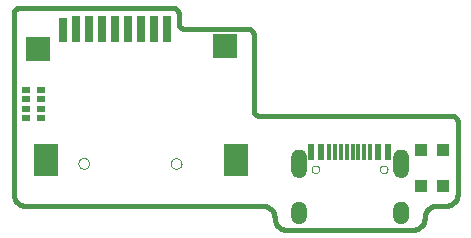
<source format=gtp>
G75*
G70*
%OFA0B0*%
%FSLAX24Y24*%
%IPPOS*%
%LPD*%
%AMOC8*
5,1,8,0,0,1.08239X$1,22.5*
%
%ADD10C,0.0160*%
%ADD11R,0.0800X0.1100*%
%ADD12R,0.0295X0.0900*%
%ADD13R,0.0295X0.0801*%
%ADD14R,0.0800X0.0800*%
%ADD15C,0.0000*%
%ADD16R,0.0394X0.0433*%
%ADD17R,0.0118X0.0571*%
%ADD18R,0.0236X0.0571*%
%ADD19R,0.0217X0.0571*%
%ADD20C,0.0004*%
%ADD21R,0.0256X0.0197*%
D10*
X001140Y001540D02*
X009040Y001540D01*
X009079Y001538D01*
X009118Y001532D01*
X009156Y001523D01*
X009193Y001510D01*
X009229Y001493D01*
X009262Y001473D01*
X009294Y001449D01*
X009323Y001423D01*
X009349Y001394D01*
X009373Y001362D01*
X009393Y001329D01*
X009410Y001293D01*
X009423Y001256D01*
X009432Y001218D01*
X009438Y001179D01*
X009440Y001140D01*
X009442Y001101D01*
X009448Y001062D01*
X009457Y001024D01*
X009470Y000987D01*
X009487Y000951D01*
X009507Y000918D01*
X009531Y000886D01*
X009557Y000857D01*
X009586Y000831D01*
X009618Y000807D01*
X009651Y000787D01*
X009687Y000770D01*
X009724Y000757D01*
X009762Y000748D01*
X009801Y000742D01*
X009840Y000740D01*
X014040Y000740D01*
X014079Y000742D01*
X014118Y000748D01*
X014156Y000757D01*
X014193Y000770D01*
X014229Y000787D01*
X014262Y000807D01*
X014294Y000831D01*
X014323Y000857D01*
X014349Y000886D01*
X014373Y000918D01*
X014393Y000951D01*
X014410Y000987D01*
X014423Y001024D01*
X014432Y001062D01*
X014438Y001101D01*
X014440Y001140D01*
X014442Y001179D01*
X014448Y001218D01*
X014457Y001256D01*
X014470Y001293D01*
X014487Y001329D01*
X014507Y001362D01*
X014531Y001394D01*
X014557Y001423D01*
X014586Y001449D01*
X014618Y001473D01*
X014651Y001493D01*
X014687Y001510D01*
X014724Y001523D01*
X014762Y001532D01*
X014801Y001538D01*
X014840Y001540D01*
X015140Y001540D01*
X015179Y001542D01*
X015218Y001548D01*
X015256Y001557D01*
X015293Y001570D01*
X015329Y001587D01*
X015362Y001607D01*
X015394Y001631D01*
X015423Y001657D01*
X015449Y001686D01*
X015473Y001718D01*
X015493Y001751D01*
X015510Y001787D01*
X015523Y001824D01*
X015532Y001862D01*
X015538Y001901D01*
X015540Y001940D01*
X015540Y004340D01*
X015538Y004366D01*
X015533Y004392D01*
X015525Y004417D01*
X015513Y004440D01*
X015499Y004462D01*
X015481Y004481D01*
X015462Y004499D01*
X015440Y004513D01*
X015417Y004525D01*
X015392Y004533D01*
X015366Y004538D01*
X015340Y004540D01*
X008940Y004540D01*
X008914Y004542D01*
X008888Y004547D01*
X008863Y004555D01*
X008840Y004567D01*
X008818Y004581D01*
X008799Y004599D01*
X008781Y004618D01*
X008767Y004640D01*
X008755Y004663D01*
X008747Y004688D01*
X008742Y004714D01*
X008740Y004740D01*
X008740Y007240D01*
X008738Y007266D01*
X008733Y007292D01*
X008725Y007317D01*
X008713Y007340D01*
X008699Y007362D01*
X008681Y007381D01*
X008662Y007399D01*
X008640Y007413D01*
X008617Y007425D01*
X008592Y007433D01*
X008566Y007438D01*
X008540Y007440D01*
X006440Y007440D01*
X006414Y007442D01*
X006388Y007447D01*
X006363Y007455D01*
X006340Y007467D01*
X006318Y007481D01*
X006299Y007499D01*
X006281Y007518D01*
X006267Y007540D01*
X006255Y007563D01*
X006247Y007588D01*
X006242Y007614D01*
X006240Y007640D01*
X006240Y007940D01*
X006238Y007966D01*
X006233Y007992D01*
X006225Y008017D01*
X006213Y008040D01*
X006199Y008062D01*
X006181Y008081D01*
X006162Y008099D01*
X006140Y008113D01*
X006117Y008125D01*
X006092Y008133D01*
X006066Y008138D01*
X006040Y008140D01*
X000940Y008140D01*
X000914Y008138D01*
X000888Y008133D01*
X000863Y008125D01*
X000840Y008113D01*
X000818Y008099D01*
X000799Y008081D01*
X000781Y008062D01*
X000767Y008040D01*
X000755Y008017D01*
X000747Y007992D01*
X000742Y007966D01*
X000740Y007940D01*
X000740Y001940D01*
X000742Y001901D01*
X000748Y001862D01*
X000757Y001824D01*
X000770Y001787D01*
X000787Y001751D01*
X000807Y001718D01*
X000831Y001686D01*
X000857Y001657D01*
X000886Y001631D01*
X000918Y001607D01*
X000951Y001587D01*
X000987Y001570D01*
X001024Y001557D01*
X001062Y001548D01*
X001101Y001542D01*
X001140Y001540D01*
D11*
X001814Y003067D03*
X008164Y003067D03*
D12*
X005844Y007451D03*
X005411Y007451D03*
X004978Y007451D03*
X004545Y007451D03*
X004112Y007451D03*
X003679Y007451D03*
X003246Y007451D03*
X002813Y007451D03*
D13*
X002380Y007401D03*
D14*
X001564Y006767D03*
X007784Y006867D03*
D15*
X005982Y002953D02*
X005984Y002979D01*
X005990Y003005D01*
X006000Y003030D01*
X006013Y003053D01*
X006029Y003073D01*
X006049Y003091D01*
X006071Y003106D01*
X006094Y003118D01*
X006120Y003126D01*
X006146Y003130D01*
X006172Y003130D01*
X006198Y003126D01*
X006224Y003118D01*
X006248Y003106D01*
X006269Y003091D01*
X006289Y003073D01*
X006305Y003053D01*
X006318Y003030D01*
X006328Y003005D01*
X006334Y002979D01*
X006336Y002953D01*
X006334Y002927D01*
X006328Y002901D01*
X006318Y002876D01*
X006305Y002853D01*
X006289Y002833D01*
X006269Y002815D01*
X006247Y002800D01*
X006224Y002788D01*
X006198Y002780D01*
X006172Y002776D01*
X006146Y002776D01*
X006120Y002780D01*
X006094Y002788D01*
X006070Y002800D01*
X006049Y002815D01*
X006029Y002833D01*
X006013Y002853D01*
X006000Y002876D01*
X005990Y002901D01*
X005984Y002927D01*
X005982Y002953D01*
X002899Y002957D02*
X002901Y002983D01*
X002907Y003009D01*
X002917Y003034D01*
X002930Y003057D01*
X002946Y003077D01*
X002966Y003095D01*
X002988Y003110D01*
X003011Y003122D01*
X003037Y003130D01*
X003063Y003134D01*
X003089Y003134D01*
X003115Y003130D01*
X003141Y003122D01*
X003165Y003110D01*
X003186Y003095D01*
X003206Y003077D01*
X003222Y003057D01*
X003235Y003034D01*
X003245Y003009D01*
X003251Y002983D01*
X003253Y002957D01*
X003251Y002931D01*
X003245Y002905D01*
X003235Y002880D01*
X003222Y002857D01*
X003206Y002837D01*
X003186Y002819D01*
X003164Y002804D01*
X003141Y002792D01*
X003115Y002784D01*
X003089Y002780D01*
X003063Y002780D01*
X003037Y002784D01*
X003011Y002792D01*
X002987Y002804D01*
X002966Y002819D01*
X002946Y002837D01*
X002930Y002857D01*
X002917Y002880D01*
X002907Y002905D01*
X002901Y002931D01*
X002899Y002957D01*
X010672Y002759D02*
X010674Y002781D01*
X010680Y002803D01*
X010689Y002823D01*
X010702Y002841D01*
X010718Y002857D01*
X010736Y002870D01*
X010756Y002879D01*
X010778Y002885D01*
X010800Y002887D01*
X010822Y002885D01*
X010844Y002879D01*
X010864Y002870D01*
X010882Y002857D01*
X010898Y002841D01*
X010911Y002823D01*
X010920Y002803D01*
X010926Y002781D01*
X010928Y002759D01*
X010926Y002737D01*
X010920Y002715D01*
X010911Y002695D01*
X010898Y002677D01*
X010882Y002661D01*
X010864Y002648D01*
X010844Y002639D01*
X010822Y002633D01*
X010800Y002631D01*
X010778Y002633D01*
X010756Y002639D01*
X010736Y002648D01*
X010718Y002661D01*
X010702Y002677D01*
X010689Y002695D01*
X010680Y002715D01*
X010674Y002737D01*
X010672Y002759D01*
X012947Y002759D02*
X012949Y002781D01*
X012955Y002803D01*
X012964Y002823D01*
X012977Y002841D01*
X012993Y002857D01*
X013011Y002870D01*
X013031Y002879D01*
X013053Y002885D01*
X013075Y002887D01*
X013097Y002885D01*
X013119Y002879D01*
X013139Y002870D01*
X013157Y002857D01*
X013173Y002841D01*
X013186Y002823D01*
X013195Y002803D01*
X013201Y002781D01*
X013203Y002759D01*
X013201Y002737D01*
X013195Y002715D01*
X013186Y002695D01*
X013173Y002677D01*
X013157Y002661D01*
X013139Y002648D01*
X013119Y002639D01*
X013097Y002633D01*
X013075Y002631D01*
X013053Y002633D01*
X013031Y002639D01*
X013011Y002648D01*
X012993Y002661D01*
X012977Y002677D01*
X012964Y002695D01*
X012955Y002715D01*
X012949Y002737D01*
X012947Y002759D01*
D16*
X014335Y002208D03*
X015045Y002208D03*
X015045Y003408D03*
X014335Y003408D03*
D17*
X012627Y003328D03*
X012430Y003328D03*
X012233Y003328D03*
X012036Y003328D03*
X011839Y003328D03*
X011642Y003328D03*
X011446Y003328D03*
X011249Y003328D03*
D18*
X010668Y003328D03*
X013207Y003328D03*
D19*
X012902Y003328D03*
X010973Y003328D03*
D20*
X010466Y003251D02*
X010008Y003251D01*
X010008Y003248D02*
X010466Y003248D01*
X010466Y003246D02*
X010007Y003246D01*
X010021Y003288D01*
X010044Y003327D01*
X010073Y003360D01*
X010109Y003387D01*
X010149Y003406D01*
X010192Y003418D01*
X010237Y003420D01*
X010288Y003417D01*
X010336Y003402D01*
X010381Y003376D01*
X010418Y003342D01*
X010447Y003300D01*
X010028Y003300D01*
X010029Y003302D02*
X010445Y003302D01*
X010447Y003300D02*
X010465Y003252D01*
X010473Y003202D01*
X010001Y003202D01*
X010007Y003246D01*
X010006Y003244D02*
X010467Y003244D01*
X010467Y003241D02*
X010006Y003241D01*
X010006Y003239D02*
X010467Y003239D01*
X010468Y003236D02*
X010005Y003236D01*
X010005Y003234D02*
X010468Y003234D01*
X010469Y003231D02*
X010005Y003231D01*
X010004Y003229D02*
X010469Y003229D01*
X010469Y003227D02*
X010004Y003227D01*
X010004Y003224D02*
X010470Y003224D01*
X010470Y003222D02*
X010003Y003222D01*
X010003Y003219D02*
X010470Y003219D01*
X010471Y003217D02*
X010003Y003217D01*
X010002Y003214D02*
X010471Y003214D01*
X010472Y003212D02*
X010002Y003212D01*
X010002Y003209D02*
X010472Y003209D01*
X010472Y003207D02*
X010001Y003207D01*
X010001Y003205D02*
X010473Y003205D01*
X010473Y003202D02*
X010473Y002729D01*
X010001Y002729D01*
X010009Y002679D01*
X010028Y002633D01*
X010057Y002591D01*
X010094Y002557D01*
X010138Y002532D01*
X010186Y002518D01*
X010237Y002515D01*
X010287Y002518D01*
X010336Y002532D01*
X010380Y002557D01*
X010417Y002591D01*
X010446Y002633D01*
X010465Y002679D01*
X010473Y002729D01*
X010473Y002727D02*
X010001Y002727D01*
X010001Y002729D02*
X010001Y003202D01*
X010001Y003200D02*
X010473Y003200D01*
X010473Y003197D02*
X010001Y003197D01*
X010001Y003195D02*
X010473Y003195D01*
X010473Y003192D02*
X010001Y003192D01*
X010001Y003190D02*
X010473Y003190D01*
X010473Y003188D02*
X010001Y003188D01*
X010001Y003185D02*
X010473Y003185D01*
X010473Y003183D02*
X010001Y003183D01*
X010001Y003180D02*
X010473Y003180D01*
X010473Y003178D02*
X010001Y003178D01*
X010001Y003175D02*
X010473Y003175D01*
X010473Y003173D02*
X010001Y003173D01*
X010001Y003170D02*
X010473Y003170D01*
X010473Y003168D02*
X010001Y003168D01*
X010001Y003166D02*
X010473Y003166D01*
X010473Y003163D02*
X010001Y003163D01*
X010001Y003161D02*
X010473Y003161D01*
X010473Y003158D02*
X010001Y003158D01*
X010001Y003156D02*
X010473Y003156D01*
X010473Y003153D02*
X010001Y003153D01*
X010001Y003151D02*
X010473Y003151D01*
X010473Y003149D02*
X010001Y003149D01*
X010001Y003146D02*
X010473Y003146D01*
X010473Y003144D02*
X010001Y003144D01*
X010001Y003141D02*
X010473Y003141D01*
X010473Y003139D02*
X010001Y003139D01*
X010001Y003136D02*
X010473Y003136D01*
X010473Y003134D02*
X010001Y003134D01*
X010001Y003131D02*
X010473Y003131D01*
X010473Y003129D02*
X010001Y003129D01*
X010001Y003127D02*
X010473Y003127D01*
X010473Y003124D02*
X010001Y003124D01*
X010001Y003122D02*
X010473Y003122D01*
X010473Y003119D02*
X010001Y003119D01*
X010001Y003117D02*
X010473Y003117D01*
X010473Y003114D02*
X010001Y003114D01*
X010001Y003112D02*
X010473Y003112D01*
X010473Y003110D02*
X010001Y003110D01*
X010001Y003107D02*
X010473Y003107D01*
X010473Y003105D02*
X010001Y003105D01*
X010001Y003102D02*
X010473Y003102D01*
X010473Y003100D02*
X010001Y003100D01*
X010001Y003097D02*
X010473Y003097D01*
X010473Y003095D02*
X010001Y003095D01*
X010001Y003092D02*
X010473Y003092D01*
X010473Y003090D02*
X010001Y003090D01*
X010001Y003088D02*
X010473Y003088D01*
X010473Y003085D02*
X010001Y003085D01*
X010001Y003083D02*
X010473Y003083D01*
X010473Y003080D02*
X010001Y003080D01*
X010001Y003078D02*
X010473Y003078D01*
X010473Y003075D02*
X010001Y003075D01*
X010001Y003073D02*
X010473Y003073D01*
X010473Y003071D02*
X010001Y003071D01*
X010001Y003068D02*
X010473Y003068D01*
X010473Y003066D02*
X010001Y003066D01*
X010001Y003063D02*
X010473Y003063D01*
X010473Y003061D02*
X010001Y003061D01*
X010001Y003058D02*
X010473Y003058D01*
X010473Y003056D02*
X010001Y003056D01*
X010001Y003053D02*
X010473Y003053D01*
X010473Y003051D02*
X010001Y003051D01*
X010001Y003049D02*
X010473Y003049D01*
X010473Y003046D02*
X010001Y003046D01*
X010001Y003044D02*
X010473Y003044D01*
X010473Y003041D02*
X010001Y003041D01*
X010001Y003039D02*
X010473Y003039D01*
X010473Y003036D02*
X010001Y003036D01*
X010001Y003034D02*
X010473Y003034D01*
X010473Y003032D02*
X010001Y003032D01*
X010001Y003029D02*
X010473Y003029D01*
X010473Y003027D02*
X010001Y003027D01*
X010001Y003024D02*
X010473Y003024D01*
X010473Y003022D02*
X010001Y003022D01*
X010001Y003019D02*
X010473Y003019D01*
X010473Y003017D02*
X010001Y003017D01*
X010001Y003014D02*
X010473Y003014D01*
X010473Y003012D02*
X010001Y003012D01*
X010001Y003010D02*
X010473Y003010D01*
X010473Y003007D02*
X010001Y003007D01*
X010001Y003005D02*
X010473Y003005D01*
X010473Y003002D02*
X010001Y003002D01*
X010001Y003000D02*
X010473Y003000D01*
X010473Y002997D02*
X010001Y002997D01*
X010001Y002995D02*
X010473Y002995D01*
X010473Y002993D02*
X010001Y002993D01*
X010001Y002990D02*
X010473Y002990D01*
X010473Y002988D02*
X010001Y002988D01*
X010001Y002985D02*
X010473Y002985D01*
X010473Y002983D02*
X010001Y002983D01*
X010001Y002980D02*
X010473Y002980D01*
X010473Y002978D02*
X010001Y002978D01*
X010001Y002975D02*
X010473Y002975D01*
X010473Y002973D02*
X010001Y002973D01*
X010001Y002971D02*
X010473Y002971D01*
X010473Y002968D02*
X010001Y002968D01*
X010001Y002966D02*
X010473Y002966D01*
X010473Y002963D02*
X010001Y002963D01*
X010001Y002961D02*
X010473Y002961D01*
X010473Y002958D02*
X010001Y002958D01*
X010001Y002956D02*
X010473Y002956D01*
X010473Y002954D02*
X010001Y002954D01*
X010001Y002951D02*
X010473Y002951D01*
X010473Y002949D02*
X010001Y002949D01*
X010001Y002946D02*
X010473Y002946D01*
X010473Y002944D02*
X010001Y002944D01*
X010001Y002941D02*
X010473Y002941D01*
X010473Y002939D02*
X010001Y002939D01*
X010001Y002936D02*
X010473Y002936D01*
X010473Y002934D02*
X010001Y002934D01*
X010001Y002932D02*
X010473Y002932D01*
X010473Y002929D02*
X010001Y002929D01*
X010001Y002927D02*
X010473Y002927D01*
X010473Y002924D02*
X010001Y002924D01*
X010001Y002922D02*
X010473Y002922D01*
X010473Y002919D02*
X010001Y002919D01*
X010001Y002917D02*
X010473Y002917D01*
X010473Y002915D02*
X010001Y002915D01*
X010001Y002912D02*
X010473Y002912D01*
X010473Y002910D02*
X010001Y002910D01*
X010001Y002907D02*
X010473Y002907D01*
X010473Y002905D02*
X010001Y002905D01*
X010001Y002902D02*
X010473Y002902D01*
X010473Y002900D02*
X010001Y002900D01*
X010001Y002897D02*
X010473Y002897D01*
X010473Y002895D02*
X010001Y002895D01*
X010001Y002893D02*
X010473Y002893D01*
X010473Y002890D02*
X010001Y002890D01*
X010001Y002888D02*
X010473Y002888D01*
X010473Y002885D02*
X010001Y002885D01*
X010001Y002883D02*
X010473Y002883D01*
X010473Y002880D02*
X010001Y002880D01*
X010001Y002878D02*
X010473Y002878D01*
X010473Y002876D02*
X010001Y002876D01*
X010001Y002873D02*
X010473Y002873D01*
X010473Y002871D02*
X010001Y002871D01*
X010001Y002868D02*
X010473Y002868D01*
X010473Y002866D02*
X010001Y002866D01*
X010001Y002863D02*
X010473Y002863D01*
X010473Y002861D02*
X010001Y002861D01*
X010001Y002858D02*
X010473Y002858D01*
X010473Y002856D02*
X010001Y002856D01*
X010001Y002854D02*
X010473Y002854D01*
X010473Y002851D02*
X010001Y002851D01*
X010001Y002849D02*
X010473Y002849D01*
X010473Y002846D02*
X010001Y002846D01*
X010001Y002844D02*
X010473Y002844D01*
X010473Y002841D02*
X010001Y002841D01*
X010001Y002839D02*
X010473Y002839D01*
X010473Y002837D02*
X010001Y002837D01*
X010001Y002834D02*
X010473Y002834D01*
X010473Y002832D02*
X010001Y002832D01*
X010001Y002829D02*
X010473Y002829D01*
X010473Y002827D02*
X010001Y002827D01*
X010001Y002824D02*
X010473Y002824D01*
X010473Y002822D02*
X010001Y002822D01*
X010001Y002819D02*
X010473Y002819D01*
X010473Y002817D02*
X010001Y002817D01*
X010001Y002815D02*
X010473Y002815D01*
X010473Y002812D02*
X010001Y002812D01*
X010001Y002810D02*
X010473Y002810D01*
X010473Y002807D02*
X010001Y002807D01*
X010001Y002805D02*
X010473Y002805D01*
X010473Y002802D02*
X010001Y002802D01*
X010001Y002800D02*
X010473Y002800D01*
X010473Y002798D02*
X010001Y002798D01*
X010001Y002795D02*
X010473Y002795D01*
X010473Y002793D02*
X010001Y002793D01*
X010001Y002790D02*
X010473Y002790D01*
X010473Y002788D02*
X010001Y002788D01*
X010001Y002785D02*
X010473Y002785D01*
X010473Y002783D02*
X010001Y002783D01*
X010001Y002780D02*
X010473Y002780D01*
X010473Y002778D02*
X010001Y002778D01*
X010001Y002776D02*
X010473Y002776D01*
X010473Y002773D02*
X010001Y002773D01*
X010001Y002771D02*
X010473Y002771D01*
X010473Y002768D02*
X010001Y002768D01*
X010001Y002766D02*
X010473Y002766D01*
X010473Y002763D02*
X010001Y002763D01*
X010001Y002761D02*
X010473Y002761D01*
X010473Y002759D02*
X010001Y002759D01*
X010001Y002756D02*
X010473Y002756D01*
X010473Y002754D02*
X010001Y002754D01*
X010001Y002751D02*
X010473Y002751D01*
X010473Y002749D02*
X010001Y002749D01*
X010001Y002746D02*
X010473Y002746D01*
X010473Y002744D02*
X010001Y002744D01*
X010001Y002741D02*
X010473Y002741D01*
X010473Y002739D02*
X010001Y002739D01*
X010001Y002737D02*
X010473Y002737D01*
X010473Y002734D02*
X010001Y002734D01*
X010001Y002732D02*
X010473Y002732D01*
X010472Y002724D02*
X010001Y002724D01*
X010002Y002722D02*
X010472Y002722D01*
X010471Y002720D02*
X010002Y002720D01*
X010003Y002717D02*
X010471Y002717D01*
X010471Y002715D02*
X010003Y002715D01*
X010003Y002712D02*
X010470Y002712D01*
X010470Y002710D02*
X010004Y002710D01*
X010004Y002707D02*
X010470Y002707D01*
X010469Y002705D02*
X010005Y002705D01*
X010005Y002702D02*
X010469Y002702D01*
X010468Y002700D02*
X010005Y002700D01*
X010006Y002698D02*
X010468Y002698D01*
X010468Y002695D02*
X010006Y002695D01*
X010007Y002693D02*
X010467Y002693D01*
X010467Y002690D02*
X010007Y002690D01*
X010007Y002688D02*
X010466Y002688D01*
X010466Y002685D02*
X010008Y002685D01*
X010008Y002683D02*
X010466Y002683D01*
X010465Y002681D02*
X010009Y002681D01*
X010009Y002678D02*
X010464Y002678D01*
X010463Y002676D02*
X010010Y002676D01*
X010011Y002673D02*
X010462Y002673D01*
X010461Y002671D02*
X010012Y002671D01*
X010013Y002668D02*
X010461Y002668D01*
X010460Y002666D02*
X010014Y002666D01*
X010015Y002664D02*
X010459Y002664D01*
X010458Y002661D02*
X010016Y002661D01*
X010017Y002659D02*
X010457Y002659D01*
X010456Y002656D02*
X010018Y002656D01*
X010019Y002654D02*
X010455Y002654D01*
X010454Y002651D02*
X010020Y002651D01*
X010021Y002649D02*
X010453Y002649D01*
X010452Y002646D02*
X010022Y002646D01*
X010023Y002644D02*
X010451Y002644D01*
X010450Y002642D02*
X010024Y002642D01*
X010025Y002639D02*
X010449Y002639D01*
X010448Y002637D02*
X010026Y002637D01*
X010027Y002634D02*
X010447Y002634D01*
X010445Y002632D02*
X010028Y002632D01*
X010030Y002629D02*
X010444Y002629D01*
X010442Y002627D02*
X010032Y002627D01*
X010033Y002625D02*
X010440Y002625D01*
X010439Y002622D02*
X010035Y002622D01*
X010037Y002620D02*
X010437Y002620D01*
X010435Y002617D02*
X010038Y002617D01*
X010040Y002615D02*
X010434Y002615D01*
X010432Y002612D02*
X010042Y002612D01*
X010044Y002610D02*
X010430Y002610D01*
X010428Y002607D02*
X010045Y002607D01*
X010047Y002605D02*
X010427Y002605D01*
X010425Y002603D02*
X010049Y002603D01*
X010050Y002600D02*
X010423Y002600D01*
X010422Y002598D02*
X010052Y002598D01*
X010054Y002595D02*
X010420Y002595D01*
X010418Y002593D02*
X010055Y002593D01*
X010057Y002590D02*
X010416Y002590D01*
X010414Y002588D02*
X010060Y002588D01*
X010063Y002586D02*
X010411Y002586D01*
X010408Y002583D02*
X010066Y002583D01*
X010068Y002581D02*
X010406Y002581D01*
X010403Y002578D02*
X010071Y002578D01*
X010074Y002576D02*
X010400Y002576D01*
X010397Y002573D02*
X010076Y002573D01*
X010079Y002571D02*
X010395Y002571D01*
X010392Y002568D02*
X010082Y002568D01*
X010084Y002566D02*
X010389Y002566D01*
X010387Y002564D02*
X010087Y002564D01*
X010090Y002561D02*
X010384Y002561D01*
X010381Y002559D02*
X010092Y002559D01*
X010096Y002556D02*
X010378Y002556D01*
X010374Y002554D02*
X010100Y002554D01*
X010104Y002551D02*
X010369Y002551D01*
X010365Y002549D02*
X010109Y002549D01*
X010113Y002547D02*
X010361Y002547D01*
X010356Y002544D02*
X010117Y002544D01*
X010122Y002542D02*
X010352Y002542D01*
X010348Y002539D02*
X010126Y002539D01*
X010130Y002537D02*
X010343Y002537D01*
X010339Y002534D02*
X010135Y002534D01*
X010140Y002532D02*
X010334Y002532D01*
X010326Y002529D02*
X010148Y002529D01*
X010156Y002527D02*
X010317Y002527D01*
X010309Y002525D02*
X010164Y002525D01*
X010173Y002522D02*
X010301Y002522D01*
X010293Y002520D02*
X010181Y002520D01*
X010199Y002517D02*
X010275Y002517D01*
X010237Y002515D02*
X010236Y002515D01*
X010009Y003253D02*
X010465Y003253D01*
X010464Y003256D02*
X010010Y003256D01*
X010011Y003258D02*
X010463Y003258D01*
X010462Y003261D02*
X010012Y003261D01*
X010013Y003263D02*
X010461Y003263D01*
X010460Y003266D02*
X010013Y003266D01*
X010014Y003268D02*
X010459Y003268D01*
X010458Y003270D02*
X010015Y003270D01*
X010016Y003273D02*
X010457Y003273D01*
X010456Y003275D02*
X010017Y003275D01*
X010018Y003278D02*
X010455Y003278D01*
X010454Y003280D02*
X010019Y003280D01*
X010019Y003283D02*
X010453Y003283D01*
X010452Y003285D02*
X010020Y003285D01*
X010021Y003287D02*
X010451Y003287D01*
X010451Y003290D02*
X010022Y003290D01*
X010024Y003292D02*
X010450Y003292D01*
X010449Y003295D02*
X010025Y003295D01*
X010027Y003297D02*
X010448Y003297D01*
X010443Y003304D02*
X010031Y003304D01*
X010032Y003307D02*
X010442Y003307D01*
X010440Y003309D02*
X010034Y003309D01*
X010035Y003312D02*
X010438Y003312D01*
X010437Y003314D02*
X010037Y003314D01*
X010038Y003317D02*
X010435Y003317D01*
X010433Y003319D02*
X010039Y003319D01*
X010041Y003322D02*
X010432Y003322D01*
X010430Y003324D02*
X010042Y003324D01*
X010044Y003326D02*
X010428Y003326D01*
X010427Y003329D02*
X010046Y003329D01*
X010048Y003331D02*
X010425Y003331D01*
X010423Y003334D02*
X010050Y003334D01*
X010052Y003336D02*
X010422Y003336D01*
X010420Y003339D02*
X010055Y003339D01*
X010057Y003341D02*
X010418Y003341D01*
X010416Y003343D02*
X010059Y003343D01*
X010061Y003346D02*
X010413Y003346D01*
X010411Y003348D02*
X010063Y003348D01*
X010065Y003351D02*
X010408Y003351D01*
X010405Y003353D02*
X010068Y003353D01*
X010070Y003356D02*
X010403Y003356D01*
X010400Y003358D02*
X010072Y003358D01*
X010074Y003361D02*
X010397Y003361D01*
X010395Y003363D02*
X010077Y003363D01*
X010081Y003365D02*
X010392Y003365D01*
X010390Y003368D02*
X010084Y003368D01*
X010087Y003370D02*
X010387Y003370D01*
X010384Y003373D02*
X010090Y003373D01*
X010094Y003375D02*
X010382Y003375D01*
X010378Y003378D02*
X010097Y003378D01*
X010100Y003380D02*
X010374Y003380D01*
X010370Y003382D02*
X010103Y003382D01*
X010106Y003385D02*
X010365Y003385D01*
X010361Y003387D02*
X010110Y003387D01*
X010115Y003390D02*
X010357Y003390D01*
X010353Y003392D02*
X010120Y003392D01*
X010125Y003395D02*
X010348Y003395D01*
X010344Y003397D02*
X010130Y003397D01*
X010135Y003400D02*
X010340Y003400D01*
X010335Y003402D02*
X010140Y003402D01*
X010145Y003404D02*
X010327Y003404D01*
X010319Y003407D02*
X010151Y003407D01*
X010160Y003409D02*
X010311Y003409D01*
X010303Y003412D02*
X010170Y003412D01*
X010179Y003414D02*
X010296Y003414D01*
X010287Y003417D02*
X010188Y003417D01*
X010216Y003419D02*
X010254Y003419D01*
X010237Y001676D02*
X010283Y001671D01*
X010328Y001658D01*
X010368Y001636D01*
X010404Y001606D01*
X010434Y001570D01*
X010455Y001529D01*
X010469Y001484D01*
X010006Y001484D01*
X010006Y001486D02*
X010468Y001486D01*
X010469Y001484D02*
X010473Y001438D01*
X010473Y001202D01*
X010468Y001156D01*
X010455Y001112D01*
X010433Y001071D01*
X010403Y001036D01*
X010368Y001007D01*
X010327Y000985D01*
X010283Y000972D01*
X010237Y000968D01*
X010184Y000973D01*
X010135Y000990D01*
X010090Y001018D01*
X010053Y001055D01*
X010419Y001055D01*
X010417Y001052D02*
X010055Y001052D01*
X010058Y001050D02*
X010415Y001050D01*
X010413Y001048D02*
X010060Y001048D01*
X010063Y001045D02*
X010411Y001045D01*
X010409Y001043D02*
X010065Y001043D01*
X010068Y001040D02*
X010407Y001040D01*
X010405Y001038D02*
X010070Y001038D01*
X010073Y001035D02*
X010403Y001035D01*
X010400Y001033D02*
X010075Y001033D01*
X010078Y001031D02*
X010397Y001031D01*
X010394Y001028D02*
X010080Y001028D01*
X010083Y001026D02*
X010391Y001026D01*
X010388Y001023D02*
X010085Y001023D01*
X010087Y001021D02*
X010385Y001021D01*
X010382Y001018D02*
X010090Y001018D01*
X010094Y001016D02*
X010379Y001016D01*
X010376Y001013D02*
X010098Y001013D01*
X010102Y001011D02*
X010373Y001011D01*
X010370Y001009D02*
X010105Y001009D01*
X010109Y001006D02*
X010367Y001006D01*
X010362Y001004D02*
X010113Y001004D01*
X010117Y001001D02*
X010358Y001001D01*
X010353Y000999D02*
X010121Y000999D01*
X010125Y000996D02*
X010348Y000996D01*
X010344Y000994D02*
X010129Y000994D01*
X010133Y000992D02*
X010339Y000992D01*
X010335Y000989D02*
X010139Y000989D01*
X010146Y000987D02*
X010330Y000987D01*
X010324Y000984D02*
X010153Y000984D01*
X010160Y000982D02*
X010316Y000982D01*
X010308Y000979D02*
X010167Y000979D01*
X010174Y000977D02*
X010300Y000977D01*
X010291Y000974D02*
X010181Y000974D01*
X010195Y000972D02*
X010283Y000972D01*
X010259Y000970D02*
X010218Y000970D01*
X010053Y001055D02*
X010024Y001100D01*
X010007Y001149D01*
X010001Y001202D01*
X010001Y001438D01*
X010006Y001491D01*
X010024Y001541D01*
X010052Y001586D01*
X010420Y001586D01*
X010418Y001589D02*
X010054Y001589D01*
X010057Y001591D02*
X010416Y001591D01*
X010414Y001594D02*
X010059Y001594D01*
X010062Y001596D02*
X010412Y001596D01*
X010410Y001598D02*
X010064Y001598D01*
X010066Y001601D02*
X010409Y001601D01*
X010407Y001603D02*
X010069Y001603D01*
X010071Y001606D02*
X010405Y001606D01*
X010402Y001608D02*
X010074Y001608D01*
X010076Y001611D02*
X010399Y001611D01*
X010396Y001613D02*
X010078Y001613D01*
X010081Y001615D02*
X010393Y001615D01*
X010390Y001618D02*
X010083Y001618D01*
X010086Y001620D02*
X010387Y001620D01*
X010384Y001623D02*
X010088Y001623D01*
X010089Y001624D02*
X010134Y001652D01*
X010184Y001670D01*
X010237Y001676D01*
X010218Y001674D02*
X010259Y001674D01*
X010282Y001672D02*
X010197Y001672D01*
X010181Y001669D02*
X010291Y001669D01*
X010299Y001667D02*
X010175Y001667D01*
X010168Y001664D02*
X010307Y001664D01*
X010315Y001662D02*
X010161Y001662D01*
X010154Y001659D02*
X010322Y001659D01*
X010329Y001657D02*
X010147Y001657D01*
X010140Y001654D02*
X010334Y001654D01*
X010338Y001652D02*
X010134Y001652D01*
X010130Y001650D02*
X010343Y001650D01*
X010347Y001647D02*
X010126Y001647D01*
X010122Y001645D02*
X010352Y001645D01*
X010356Y001642D02*
X010118Y001642D01*
X010114Y001640D02*
X010361Y001640D01*
X010365Y001637D02*
X010111Y001637D01*
X010107Y001635D02*
X010369Y001635D01*
X010372Y001633D02*
X010103Y001633D01*
X010099Y001630D02*
X010375Y001630D01*
X010378Y001628D02*
X010095Y001628D01*
X010091Y001625D02*
X010381Y001625D01*
X010422Y001584D02*
X010050Y001584D01*
X010052Y001586D02*
X010089Y001624D01*
X010049Y001581D02*
X010424Y001581D01*
X010426Y001579D02*
X010047Y001579D01*
X010046Y001576D02*
X010428Y001576D01*
X010430Y001574D02*
X010044Y001574D01*
X010043Y001572D02*
X010432Y001572D01*
X010434Y001569D02*
X010041Y001569D01*
X010040Y001567D02*
X010435Y001567D01*
X010437Y001564D02*
X010038Y001564D01*
X010037Y001562D02*
X010438Y001562D01*
X010439Y001559D02*
X010035Y001559D01*
X010034Y001557D02*
X010441Y001557D01*
X010442Y001555D02*
X010032Y001555D01*
X010031Y001552D02*
X010443Y001552D01*
X010444Y001550D02*
X010029Y001550D01*
X010028Y001547D02*
X010446Y001547D01*
X010447Y001545D02*
X010026Y001545D01*
X010025Y001542D02*
X010448Y001542D01*
X010450Y001540D02*
X010023Y001540D01*
X010022Y001537D02*
X010451Y001537D01*
X010452Y001535D02*
X010022Y001535D01*
X010021Y001533D02*
X010453Y001533D01*
X010455Y001530D02*
X010020Y001530D01*
X010019Y001528D02*
X010456Y001528D01*
X010456Y001525D02*
X010018Y001525D01*
X010017Y001523D02*
X010457Y001523D01*
X010458Y001520D02*
X010017Y001520D01*
X010016Y001518D02*
X010459Y001518D01*
X010459Y001516D02*
X010015Y001516D01*
X010014Y001513D02*
X010460Y001513D01*
X010461Y001511D02*
X010013Y001511D01*
X010012Y001508D02*
X010462Y001508D01*
X010462Y001506D02*
X010012Y001506D01*
X010011Y001503D02*
X010463Y001503D01*
X010464Y001501D02*
X010010Y001501D01*
X010009Y001498D02*
X010464Y001498D01*
X010465Y001496D02*
X010008Y001496D01*
X010007Y001494D02*
X010466Y001494D01*
X010467Y001491D02*
X010006Y001491D01*
X010006Y001489D02*
X010467Y001489D01*
X010469Y001481D02*
X010005Y001481D01*
X010005Y001479D02*
X010469Y001479D01*
X010469Y001477D02*
X010005Y001477D01*
X010005Y001474D02*
X010470Y001474D01*
X010470Y001472D02*
X010004Y001472D01*
X010004Y001469D02*
X010470Y001469D01*
X010470Y001467D02*
X010004Y001467D01*
X010003Y001464D02*
X010471Y001464D01*
X010471Y001462D02*
X010003Y001462D01*
X010003Y001459D02*
X010471Y001459D01*
X010471Y001457D02*
X010003Y001457D01*
X010002Y001455D02*
X010472Y001455D01*
X010472Y001452D02*
X010002Y001452D01*
X010002Y001450D02*
X010472Y001450D01*
X010472Y001447D02*
X010002Y001447D01*
X010001Y001445D02*
X010472Y001445D01*
X010473Y001442D02*
X010001Y001442D01*
X010001Y001440D02*
X010473Y001440D01*
X010473Y001438D02*
X010001Y001438D01*
X010001Y001435D02*
X010473Y001435D01*
X010473Y001433D02*
X010001Y001433D01*
X010001Y001430D02*
X010473Y001430D01*
X010473Y001428D02*
X010001Y001428D01*
X010001Y001425D02*
X010473Y001425D01*
X010473Y001423D02*
X010001Y001423D01*
X010001Y001421D02*
X010473Y001421D01*
X010473Y001418D02*
X010001Y001418D01*
X010001Y001416D02*
X010473Y001416D01*
X010473Y001413D02*
X010001Y001413D01*
X010001Y001411D02*
X010473Y001411D01*
X010473Y001408D02*
X010001Y001408D01*
X010001Y001406D02*
X010473Y001406D01*
X010473Y001403D02*
X010001Y001403D01*
X010001Y001401D02*
X010473Y001401D01*
X010473Y001399D02*
X010001Y001399D01*
X010001Y001396D02*
X010473Y001396D01*
X010473Y001394D02*
X010001Y001394D01*
X010001Y001391D02*
X010473Y001391D01*
X010473Y001389D02*
X010001Y001389D01*
X010001Y001386D02*
X010473Y001386D01*
X010473Y001384D02*
X010001Y001384D01*
X010001Y001382D02*
X010473Y001382D01*
X010473Y001379D02*
X010001Y001379D01*
X010001Y001377D02*
X010473Y001377D01*
X010473Y001374D02*
X010001Y001374D01*
X010001Y001372D02*
X010473Y001372D01*
X010473Y001369D02*
X010001Y001369D01*
X010001Y001367D02*
X010473Y001367D01*
X010473Y001364D02*
X010001Y001364D01*
X010001Y001362D02*
X010473Y001362D01*
X010473Y001360D02*
X010001Y001360D01*
X010001Y001357D02*
X010473Y001357D01*
X010473Y001355D02*
X010001Y001355D01*
X010001Y001352D02*
X010473Y001352D01*
X010473Y001350D02*
X010001Y001350D01*
X010001Y001347D02*
X010473Y001347D01*
X010473Y001345D02*
X010001Y001345D01*
X010001Y001343D02*
X010473Y001343D01*
X010473Y001340D02*
X010001Y001340D01*
X010001Y001338D02*
X010473Y001338D01*
X010473Y001335D02*
X010001Y001335D01*
X010001Y001333D02*
X010473Y001333D01*
X010473Y001330D02*
X010001Y001330D01*
X010001Y001328D02*
X010473Y001328D01*
X010473Y001325D02*
X010001Y001325D01*
X010001Y001323D02*
X010473Y001323D01*
X010473Y001321D02*
X010001Y001321D01*
X010001Y001318D02*
X010473Y001318D01*
X010473Y001316D02*
X010001Y001316D01*
X010001Y001313D02*
X010473Y001313D01*
X010473Y001311D02*
X010001Y001311D01*
X010001Y001308D02*
X010473Y001308D01*
X010473Y001306D02*
X010001Y001306D01*
X010001Y001304D02*
X010473Y001304D01*
X010473Y001301D02*
X010001Y001301D01*
X010001Y001299D02*
X010473Y001299D01*
X010473Y001296D02*
X010001Y001296D01*
X010001Y001294D02*
X010473Y001294D01*
X010473Y001291D02*
X010001Y001291D01*
X010001Y001289D02*
X010473Y001289D01*
X010473Y001286D02*
X010001Y001286D01*
X010001Y001284D02*
X010473Y001284D01*
X010473Y001282D02*
X010001Y001282D01*
X010001Y001279D02*
X010473Y001279D01*
X010473Y001277D02*
X010001Y001277D01*
X010001Y001274D02*
X010473Y001274D01*
X010473Y001272D02*
X010001Y001272D01*
X010001Y001269D02*
X010473Y001269D01*
X010473Y001267D02*
X010001Y001267D01*
X010001Y001265D02*
X010473Y001265D01*
X010473Y001262D02*
X010001Y001262D01*
X010001Y001260D02*
X010473Y001260D01*
X010473Y001257D02*
X010001Y001257D01*
X010001Y001255D02*
X010473Y001255D01*
X010473Y001252D02*
X010001Y001252D01*
X010001Y001250D02*
X010473Y001250D01*
X010473Y001247D02*
X010001Y001247D01*
X010001Y001245D02*
X010473Y001245D01*
X010473Y001243D02*
X010001Y001243D01*
X010001Y001240D02*
X010473Y001240D01*
X010473Y001238D02*
X010001Y001238D01*
X010001Y001235D02*
X010473Y001235D01*
X010473Y001233D02*
X010001Y001233D01*
X010001Y001230D02*
X010473Y001230D01*
X010473Y001228D02*
X010001Y001228D01*
X010001Y001226D02*
X010473Y001226D01*
X010473Y001223D02*
X010001Y001223D01*
X010001Y001221D02*
X010473Y001221D01*
X010473Y001218D02*
X010001Y001218D01*
X010001Y001216D02*
X010473Y001216D01*
X010473Y001213D02*
X010001Y001213D01*
X010001Y001211D02*
X010473Y001211D01*
X010473Y001208D02*
X010001Y001208D01*
X010001Y001206D02*
X010473Y001206D01*
X010473Y001204D02*
X010001Y001204D01*
X010001Y001201D02*
X010473Y001201D01*
X010473Y001199D02*
X010001Y001199D01*
X010001Y001196D02*
X010473Y001196D01*
X010472Y001194D02*
X010002Y001194D01*
X010002Y001191D02*
X010472Y001191D01*
X010472Y001189D02*
X010002Y001189D01*
X010002Y001187D02*
X010472Y001187D01*
X010471Y001184D02*
X010003Y001184D01*
X010003Y001182D02*
X010471Y001182D01*
X010471Y001179D02*
X010003Y001179D01*
X010004Y001177D02*
X010470Y001177D01*
X010470Y001174D02*
X010004Y001174D01*
X010004Y001172D02*
X010470Y001172D01*
X010470Y001169D02*
X010004Y001169D01*
X010005Y001167D02*
X010469Y001167D01*
X010469Y001165D02*
X010005Y001165D01*
X010005Y001162D02*
X010469Y001162D01*
X010469Y001160D02*
X010006Y001160D01*
X010006Y001157D02*
X010468Y001157D01*
X010468Y001155D02*
X010006Y001155D01*
X010006Y001152D02*
X010467Y001152D01*
X010467Y001150D02*
X010007Y001150D01*
X010007Y001148D02*
X010466Y001148D01*
X010465Y001145D02*
X010008Y001145D01*
X010009Y001143D02*
X010464Y001143D01*
X010464Y001140D02*
X010010Y001140D01*
X010011Y001138D02*
X010463Y001138D01*
X010462Y001135D02*
X010012Y001135D01*
X010013Y001133D02*
X010461Y001133D01*
X010461Y001130D02*
X010013Y001130D01*
X010014Y001128D02*
X010460Y001128D01*
X010459Y001126D02*
X010015Y001126D01*
X010016Y001123D02*
X010458Y001123D01*
X010458Y001121D02*
X010017Y001121D01*
X010018Y001118D02*
X010457Y001118D01*
X010456Y001116D02*
X010019Y001116D01*
X010020Y001113D02*
X010455Y001113D01*
X010454Y001111D02*
X010020Y001111D01*
X010021Y001109D02*
X010453Y001109D01*
X010452Y001106D02*
X010022Y001106D01*
X010023Y001104D02*
X010450Y001104D01*
X010449Y001101D02*
X010024Y001101D01*
X010025Y001099D02*
X010448Y001099D01*
X010446Y001096D02*
X010027Y001096D01*
X010028Y001094D02*
X010445Y001094D01*
X010444Y001091D02*
X010030Y001091D01*
X010031Y001089D02*
X010442Y001089D01*
X010441Y001087D02*
X010033Y001087D01*
X010034Y001084D02*
X010440Y001084D01*
X010439Y001082D02*
X010036Y001082D01*
X010037Y001079D02*
X010437Y001079D01*
X010436Y001077D02*
X010039Y001077D01*
X010040Y001074D02*
X010435Y001074D01*
X010433Y001072D02*
X010042Y001072D01*
X010044Y001070D02*
X010431Y001070D01*
X010429Y001067D02*
X010045Y001067D01*
X010047Y001065D02*
X010427Y001065D01*
X010425Y001062D02*
X010048Y001062D01*
X010050Y001060D02*
X010423Y001060D01*
X010421Y001057D02*
X010051Y001057D01*
X013402Y001202D02*
X013408Y001149D01*
X013426Y001100D01*
X013454Y001055D01*
X013492Y001018D01*
X013536Y000990D01*
X013586Y000973D01*
X013638Y000968D01*
X013684Y000972D01*
X013729Y000985D01*
X013769Y001007D01*
X013805Y001036D01*
X013834Y001071D01*
X013856Y001112D01*
X013870Y001156D01*
X013875Y001202D01*
X013875Y001438D01*
X013870Y001484D01*
X013407Y001484D01*
X013407Y001486D02*
X013870Y001486D01*
X013870Y001484D02*
X013857Y001529D01*
X013835Y001570D01*
X013806Y001606D01*
X013770Y001636D01*
X013729Y001658D01*
X013685Y001671D01*
X013638Y001676D01*
X013586Y001670D01*
X013536Y001652D01*
X013491Y001624D01*
X013453Y001586D01*
X013425Y001541D01*
X013408Y001491D01*
X013402Y001438D01*
X013402Y001202D01*
X013402Y001201D02*
X013875Y001201D01*
X013874Y001199D02*
X013403Y001199D01*
X013403Y001196D02*
X013874Y001196D01*
X013874Y001194D02*
X013403Y001194D01*
X013403Y001191D02*
X013874Y001191D01*
X013873Y001189D02*
X013404Y001189D01*
X013404Y001187D02*
X013873Y001187D01*
X013873Y001184D02*
X013404Y001184D01*
X013405Y001182D02*
X013873Y001182D01*
X013872Y001179D02*
X013405Y001179D01*
X013405Y001177D02*
X013872Y001177D01*
X013872Y001174D02*
X013405Y001174D01*
X013406Y001172D02*
X013872Y001172D01*
X013871Y001169D02*
X013406Y001169D01*
X013406Y001167D02*
X013871Y001167D01*
X013871Y001165D02*
X013407Y001165D01*
X013407Y001162D02*
X013871Y001162D01*
X013870Y001160D02*
X013407Y001160D01*
X013407Y001157D02*
X013870Y001157D01*
X013870Y001155D02*
X013408Y001155D01*
X013408Y001152D02*
X013869Y001152D01*
X013868Y001150D02*
X013408Y001150D01*
X013409Y001148D02*
X013867Y001148D01*
X013867Y001145D02*
X013410Y001145D01*
X013411Y001143D02*
X013866Y001143D01*
X013865Y001140D02*
X013412Y001140D01*
X013412Y001138D02*
X013864Y001138D01*
X013864Y001135D02*
X013413Y001135D01*
X013414Y001133D02*
X013863Y001133D01*
X013862Y001130D02*
X013415Y001130D01*
X013416Y001128D02*
X013861Y001128D01*
X013861Y001126D02*
X013417Y001126D01*
X013418Y001123D02*
X013860Y001123D01*
X013859Y001121D02*
X013419Y001121D01*
X013419Y001118D02*
X013858Y001118D01*
X013858Y001116D02*
X013420Y001116D01*
X013421Y001113D02*
X013857Y001113D01*
X013856Y001111D02*
X013422Y001111D01*
X013423Y001109D02*
X013855Y001109D01*
X013853Y001106D02*
X013424Y001106D01*
X013425Y001104D02*
X013852Y001104D01*
X013851Y001101D02*
X013425Y001101D01*
X013427Y001099D02*
X013849Y001099D01*
X013848Y001096D02*
X013428Y001096D01*
X013430Y001094D02*
X013847Y001094D01*
X013845Y001091D02*
X013431Y001091D01*
X013433Y001089D02*
X013844Y001089D01*
X013843Y001087D02*
X013434Y001087D01*
X013436Y001084D02*
X013841Y001084D01*
X013840Y001082D02*
X013437Y001082D01*
X013439Y001079D02*
X013839Y001079D01*
X013837Y001077D02*
X013441Y001077D01*
X013442Y001074D02*
X013836Y001074D01*
X013835Y001072D02*
X013444Y001072D01*
X013445Y001070D02*
X013833Y001070D01*
X013831Y001067D02*
X013447Y001067D01*
X013448Y001065D02*
X013829Y001065D01*
X013827Y001062D02*
X013450Y001062D01*
X013451Y001060D02*
X013825Y001060D01*
X013823Y001057D02*
X013453Y001057D01*
X013455Y001055D02*
X013821Y001055D01*
X013819Y001052D02*
X013457Y001052D01*
X013460Y001050D02*
X013817Y001050D01*
X013815Y001048D02*
X013462Y001048D01*
X013464Y001045D02*
X013813Y001045D01*
X013811Y001043D02*
X013467Y001043D01*
X013469Y001040D02*
X013809Y001040D01*
X013807Y001038D02*
X013472Y001038D01*
X013474Y001035D02*
X013805Y001035D01*
X013802Y001033D02*
X013477Y001033D01*
X013479Y001031D02*
X013799Y001031D01*
X013796Y001028D02*
X013482Y001028D01*
X013484Y001026D02*
X013793Y001026D01*
X013790Y001023D02*
X013487Y001023D01*
X013489Y001021D02*
X013787Y001021D01*
X013784Y001018D02*
X013491Y001018D01*
X013495Y001016D02*
X013781Y001016D01*
X013778Y001013D02*
X013499Y001013D01*
X013503Y001011D02*
X013775Y001011D01*
X013772Y001009D02*
X013507Y001009D01*
X013511Y001006D02*
X013768Y001006D01*
X013764Y001004D02*
X013515Y001004D01*
X013519Y001001D02*
X013759Y001001D01*
X013755Y000999D02*
X013523Y000999D01*
X013527Y000996D02*
X013750Y000996D01*
X013745Y000994D02*
X013531Y000994D01*
X013534Y000992D02*
X013741Y000992D01*
X013736Y000989D02*
X013540Y000989D01*
X013547Y000987D02*
X013732Y000987D01*
X013726Y000984D02*
X013554Y000984D01*
X013561Y000982D02*
X013718Y000982D01*
X013709Y000979D02*
X013568Y000979D01*
X013575Y000977D02*
X013701Y000977D01*
X013693Y000974D02*
X013582Y000974D01*
X013597Y000972D02*
X013685Y000972D01*
X013660Y000970D02*
X013620Y000970D01*
X013402Y001204D02*
X013875Y001204D01*
X013875Y001206D02*
X013402Y001206D01*
X013402Y001208D02*
X013875Y001208D01*
X013875Y001211D02*
X013402Y001211D01*
X013402Y001213D02*
X013875Y001213D01*
X013875Y001216D02*
X013402Y001216D01*
X013402Y001218D02*
X013875Y001218D01*
X013875Y001221D02*
X013402Y001221D01*
X013402Y001223D02*
X013875Y001223D01*
X013875Y001226D02*
X013402Y001226D01*
X013402Y001228D02*
X013875Y001228D01*
X013875Y001230D02*
X013402Y001230D01*
X013402Y001233D02*
X013875Y001233D01*
X013875Y001235D02*
X013402Y001235D01*
X013402Y001238D02*
X013875Y001238D01*
X013875Y001240D02*
X013402Y001240D01*
X013402Y001243D02*
X013875Y001243D01*
X013875Y001245D02*
X013402Y001245D01*
X013402Y001247D02*
X013875Y001247D01*
X013875Y001250D02*
X013402Y001250D01*
X013402Y001252D02*
X013875Y001252D01*
X013875Y001255D02*
X013402Y001255D01*
X013402Y001257D02*
X013875Y001257D01*
X013875Y001260D02*
X013402Y001260D01*
X013402Y001262D02*
X013875Y001262D01*
X013875Y001265D02*
X013402Y001265D01*
X013402Y001267D02*
X013875Y001267D01*
X013875Y001269D02*
X013402Y001269D01*
X013402Y001272D02*
X013875Y001272D01*
X013875Y001274D02*
X013402Y001274D01*
X013402Y001277D02*
X013875Y001277D01*
X013875Y001279D02*
X013402Y001279D01*
X013402Y001282D02*
X013875Y001282D01*
X013875Y001284D02*
X013402Y001284D01*
X013402Y001286D02*
X013875Y001286D01*
X013875Y001289D02*
X013402Y001289D01*
X013402Y001291D02*
X013875Y001291D01*
X013875Y001294D02*
X013402Y001294D01*
X013402Y001296D02*
X013875Y001296D01*
X013875Y001299D02*
X013402Y001299D01*
X013402Y001301D02*
X013875Y001301D01*
X013875Y001304D02*
X013402Y001304D01*
X013402Y001306D02*
X013875Y001306D01*
X013875Y001308D02*
X013402Y001308D01*
X013402Y001311D02*
X013875Y001311D01*
X013875Y001313D02*
X013402Y001313D01*
X013402Y001316D02*
X013875Y001316D01*
X013875Y001318D02*
X013402Y001318D01*
X013402Y001321D02*
X013875Y001321D01*
X013875Y001323D02*
X013402Y001323D01*
X013402Y001325D02*
X013875Y001325D01*
X013875Y001328D02*
X013402Y001328D01*
X013402Y001330D02*
X013875Y001330D01*
X013875Y001333D02*
X013402Y001333D01*
X013402Y001335D02*
X013875Y001335D01*
X013875Y001338D02*
X013402Y001338D01*
X013402Y001340D02*
X013875Y001340D01*
X013875Y001343D02*
X013402Y001343D01*
X013402Y001345D02*
X013875Y001345D01*
X013875Y001347D02*
X013402Y001347D01*
X013402Y001350D02*
X013875Y001350D01*
X013875Y001352D02*
X013402Y001352D01*
X013402Y001355D02*
X013875Y001355D01*
X013875Y001357D02*
X013402Y001357D01*
X013402Y001360D02*
X013875Y001360D01*
X013875Y001362D02*
X013402Y001362D01*
X013402Y001364D02*
X013875Y001364D01*
X013875Y001367D02*
X013402Y001367D01*
X013402Y001369D02*
X013875Y001369D01*
X013875Y001372D02*
X013402Y001372D01*
X013402Y001374D02*
X013875Y001374D01*
X013875Y001377D02*
X013402Y001377D01*
X013402Y001379D02*
X013875Y001379D01*
X013875Y001382D02*
X013402Y001382D01*
X013402Y001384D02*
X013875Y001384D01*
X013875Y001386D02*
X013402Y001386D01*
X013402Y001389D02*
X013875Y001389D01*
X013875Y001391D02*
X013402Y001391D01*
X013402Y001394D02*
X013875Y001394D01*
X013875Y001396D02*
X013402Y001396D01*
X013402Y001399D02*
X013875Y001399D01*
X013875Y001401D02*
X013402Y001401D01*
X013402Y001403D02*
X013875Y001403D01*
X013875Y001406D02*
X013402Y001406D01*
X013402Y001408D02*
X013875Y001408D01*
X013875Y001411D02*
X013402Y001411D01*
X013402Y001413D02*
X013875Y001413D01*
X013875Y001416D02*
X013402Y001416D01*
X013402Y001418D02*
X013875Y001418D01*
X013875Y001421D02*
X013402Y001421D01*
X013402Y001423D02*
X013875Y001423D01*
X013875Y001425D02*
X013402Y001425D01*
X013402Y001428D02*
X013875Y001428D01*
X013875Y001430D02*
X013402Y001430D01*
X013402Y001433D02*
X013875Y001433D01*
X013875Y001435D02*
X013402Y001435D01*
X013402Y001438D02*
X013875Y001438D01*
X013874Y001440D02*
X013402Y001440D01*
X013403Y001442D02*
X013874Y001442D01*
X013874Y001445D02*
X013403Y001445D01*
X013403Y001447D02*
X013874Y001447D01*
X013874Y001450D02*
X013403Y001450D01*
X013404Y001452D02*
X013873Y001452D01*
X013873Y001455D02*
X013404Y001455D01*
X013404Y001457D02*
X013873Y001457D01*
X013873Y001459D02*
X013405Y001459D01*
X013405Y001462D02*
X013872Y001462D01*
X013872Y001464D02*
X013405Y001464D01*
X013405Y001467D02*
X013872Y001467D01*
X013872Y001469D02*
X013406Y001469D01*
X013406Y001472D02*
X013871Y001472D01*
X013871Y001474D02*
X013406Y001474D01*
X013406Y001477D02*
X013871Y001477D01*
X013871Y001479D02*
X013407Y001479D01*
X013407Y001481D02*
X013871Y001481D01*
X013869Y001489D02*
X013408Y001489D01*
X013408Y001491D02*
X013868Y001491D01*
X013868Y001494D02*
X013409Y001494D01*
X013410Y001496D02*
X013867Y001496D01*
X013866Y001498D02*
X013411Y001498D01*
X013411Y001501D02*
X013865Y001501D01*
X013865Y001503D02*
X013412Y001503D01*
X013413Y001506D02*
X013864Y001506D01*
X013863Y001508D02*
X013414Y001508D01*
X013415Y001511D02*
X013862Y001511D01*
X013862Y001513D02*
X013416Y001513D01*
X013416Y001516D02*
X013861Y001516D01*
X013860Y001518D02*
X013417Y001518D01*
X013418Y001520D02*
X013859Y001520D01*
X013859Y001523D02*
X013419Y001523D01*
X013420Y001525D02*
X013858Y001525D01*
X013857Y001528D02*
X013421Y001528D01*
X013422Y001530D02*
X013856Y001530D01*
X013855Y001533D02*
X013422Y001533D01*
X013423Y001535D02*
X013854Y001535D01*
X013852Y001537D02*
X013424Y001537D01*
X013425Y001540D02*
X013851Y001540D01*
X013850Y001542D02*
X013426Y001542D01*
X013428Y001545D02*
X013849Y001545D01*
X013847Y001547D02*
X013429Y001547D01*
X013431Y001550D02*
X013846Y001550D01*
X013845Y001552D02*
X013432Y001552D01*
X013434Y001555D02*
X013843Y001555D01*
X013842Y001557D02*
X013435Y001557D01*
X013437Y001559D02*
X013841Y001559D01*
X013840Y001562D02*
X013438Y001562D01*
X013440Y001564D02*
X013838Y001564D01*
X013837Y001567D02*
X013441Y001567D01*
X013443Y001569D02*
X013836Y001569D01*
X013834Y001572D02*
X013444Y001572D01*
X013446Y001574D02*
X013832Y001574D01*
X013830Y001576D02*
X013447Y001576D01*
X013449Y001579D02*
X013828Y001579D01*
X013826Y001581D02*
X013450Y001581D01*
X013452Y001584D02*
X013824Y001584D01*
X013822Y001586D02*
X013453Y001586D01*
X013456Y001589D02*
X013820Y001589D01*
X013818Y001591D02*
X013458Y001591D01*
X013461Y001594D02*
X013816Y001594D01*
X013814Y001596D02*
X013463Y001596D01*
X013466Y001598D02*
X013812Y001598D01*
X013810Y001601D02*
X013468Y001601D01*
X013470Y001603D02*
X013808Y001603D01*
X013806Y001606D02*
X013473Y001606D01*
X013475Y001608D02*
X013803Y001608D01*
X013800Y001611D02*
X013478Y001611D01*
X013480Y001613D02*
X013797Y001613D01*
X013794Y001615D02*
X013482Y001615D01*
X013485Y001618D02*
X013792Y001618D01*
X013789Y001620D02*
X013487Y001620D01*
X013490Y001623D02*
X013786Y001623D01*
X013783Y001625D02*
X013493Y001625D01*
X013497Y001628D02*
X013780Y001628D01*
X013777Y001630D02*
X013501Y001630D01*
X013504Y001633D02*
X013774Y001633D01*
X013771Y001635D02*
X013508Y001635D01*
X013512Y001637D02*
X013767Y001637D01*
X013762Y001640D02*
X013516Y001640D01*
X013520Y001642D02*
X013758Y001642D01*
X013753Y001645D02*
X013524Y001645D01*
X013528Y001647D02*
X013749Y001647D01*
X013744Y001650D02*
X013531Y001650D01*
X013535Y001652D02*
X013740Y001652D01*
X013735Y001654D02*
X013542Y001654D01*
X013549Y001657D02*
X013731Y001657D01*
X013724Y001659D02*
X013555Y001659D01*
X013562Y001662D02*
X013716Y001662D01*
X013708Y001664D02*
X013569Y001664D01*
X013576Y001667D02*
X013700Y001667D01*
X013692Y001669D02*
X013583Y001669D01*
X013598Y001672D02*
X013684Y001672D01*
X013660Y001674D02*
X013619Y001674D01*
X013638Y002515D02*
X013588Y002518D01*
X013540Y002532D01*
X013496Y002557D01*
X013458Y002591D01*
X013429Y002633D01*
X013410Y002679D01*
X013402Y002729D01*
X013875Y002729D01*
X013867Y002679D01*
X013848Y002633D01*
X013819Y002591D01*
X013781Y002557D01*
X013737Y002532D01*
X013689Y002518D01*
X013638Y002515D01*
X013639Y002515D01*
X013677Y002517D02*
X013600Y002517D01*
X013582Y002520D02*
X013694Y002520D01*
X013703Y002522D02*
X013574Y002522D01*
X013566Y002525D02*
X013711Y002525D01*
X013719Y002527D02*
X013558Y002527D01*
X013550Y002529D02*
X013727Y002529D01*
X013735Y002532D02*
X013541Y002532D01*
X013536Y002534D02*
X013741Y002534D01*
X013745Y002537D02*
X013532Y002537D01*
X013528Y002539D02*
X013749Y002539D01*
X013754Y002542D02*
X013523Y002542D01*
X013519Y002544D02*
X013758Y002544D01*
X013762Y002547D02*
X013515Y002547D01*
X013510Y002549D02*
X013767Y002549D01*
X013771Y002551D02*
X013506Y002551D01*
X013502Y002554D02*
X013775Y002554D01*
X013780Y002556D02*
X013497Y002556D01*
X013494Y002559D02*
X013783Y002559D01*
X013786Y002561D02*
X013491Y002561D01*
X013489Y002564D02*
X013788Y002564D01*
X013791Y002566D02*
X013486Y002566D01*
X013483Y002568D02*
X013794Y002568D01*
X013796Y002571D02*
X013480Y002571D01*
X013478Y002573D02*
X013799Y002573D01*
X013802Y002576D02*
X013475Y002576D01*
X013472Y002578D02*
X013804Y002578D01*
X013807Y002581D02*
X013470Y002581D01*
X013467Y002583D02*
X013810Y002583D01*
X013812Y002586D02*
X013464Y002586D01*
X013462Y002588D02*
X013815Y002588D01*
X013818Y002590D02*
X013459Y002590D01*
X013457Y002593D02*
X013820Y002593D01*
X013822Y002595D02*
X013455Y002595D01*
X013454Y002598D02*
X013823Y002598D01*
X013825Y002600D02*
X013452Y002600D01*
X013450Y002603D02*
X013827Y002603D01*
X013828Y002605D02*
X013449Y002605D01*
X013447Y002607D02*
X013830Y002607D01*
X013832Y002610D02*
X013445Y002610D01*
X013443Y002612D02*
X013833Y002612D01*
X013835Y002615D02*
X013442Y002615D01*
X013440Y002617D02*
X013837Y002617D01*
X013839Y002620D02*
X013438Y002620D01*
X013437Y002622D02*
X013840Y002622D01*
X013842Y002625D02*
X013435Y002625D01*
X013433Y002627D02*
X013844Y002627D01*
X013845Y002629D02*
X013432Y002629D01*
X013430Y002632D02*
X013847Y002632D01*
X013848Y002634D02*
X013429Y002634D01*
X013428Y002637D02*
X013849Y002637D01*
X013850Y002639D02*
X013427Y002639D01*
X013426Y002642D02*
X013851Y002642D01*
X013852Y002644D02*
X013425Y002644D01*
X013424Y002646D02*
X013853Y002646D01*
X013854Y002649D02*
X013423Y002649D01*
X013422Y002651D02*
X013855Y002651D01*
X013856Y002654D02*
X013421Y002654D01*
X013420Y002656D02*
X013857Y002656D01*
X013858Y002659D02*
X013419Y002659D01*
X013418Y002661D02*
X013859Y002661D01*
X013860Y002664D02*
X013417Y002664D01*
X013416Y002666D02*
X013861Y002666D01*
X013862Y002668D02*
X013415Y002668D01*
X013414Y002671D02*
X013863Y002671D01*
X013864Y002673D02*
X013413Y002673D01*
X013412Y002676D02*
X013865Y002676D01*
X013866Y002678D02*
X013411Y002678D01*
X013410Y002681D02*
X013867Y002681D01*
X013867Y002683D02*
X013410Y002683D01*
X013409Y002685D02*
X013868Y002685D01*
X013868Y002688D02*
X013409Y002688D01*
X013409Y002690D02*
X013868Y002690D01*
X013869Y002693D02*
X013408Y002693D01*
X013408Y002695D02*
X013869Y002695D01*
X013870Y002698D02*
X013407Y002698D01*
X013407Y002700D02*
X013870Y002700D01*
X013870Y002702D02*
X013407Y002702D01*
X013406Y002705D02*
X013871Y002705D01*
X013871Y002707D02*
X013406Y002707D01*
X013405Y002710D02*
X013871Y002710D01*
X013872Y002712D02*
X013405Y002712D01*
X013405Y002715D02*
X013872Y002715D01*
X013873Y002717D02*
X013404Y002717D01*
X013404Y002720D02*
X013873Y002720D01*
X013873Y002722D02*
X013403Y002722D01*
X013403Y002724D02*
X013874Y002724D01*
X013874Y002727D02*
X013403Y002727D01*
X013402Y002729D02*
X013402Y003202D01*
X013408Y003246D01*
X013423Y003288D01*
X013445Y003327D01*
X013475Y003360D01*
X013511Y003387D01*
X013551Y003406D01*
X013594Y003418D01*
X013638Y003420D01*
X013689Y003417D01*
X013590Y003417D01*
X013581Y003414D02*
X013697Y003414D01*
X013689Y003417D02*
X013738Y003402D01*
X013782Y003376D01*
X013820Y003342D01*
X013848Y003300D01*
X013430Y003300D01*
X013431Y003302D02*
X013847Y003302D01*
X013848Y003300D02*
X013867Y003252D01*
X013875Y003202D01*
X013875Y002729D01*
X013875Y002732D02*
X013402Y002732D01*
X013402Y002734D02*
X013875Y002734D01*
X013875Y002737D02*
X013402Y002737D01*
X013402Y002739D02*
X013875Y002739D01*
X013875Y002741D02*
X013402Y002741D01*
X013402Y002744D02*
X013875Y002744D01*
X013875Y002746D02*
X013402Y002746D01*
X013402Y002749D02*
X013875Y002749D01*
X013875Y002751D02*
X013402Y002751D01*
X013402Y002754D02*
X013875Y002754D01*
X013875Y002756D02*
X013402Y002756D01*
X013402Y002759D02*
X013875Y002759D01*
X013875Y002761D02*
X013402Y002761D01*
X013402Y002763D02*
X013875Y002763D01*
X013875Y002766D02*
X013402Y002766D01*
X013402Y002768D02*
X013875Y002768D01*
X013875Y002771D02*
X013402Y002771D01*
X013402Y002773D02*
X013875Y002773D01*
X013875Y002776D02*
X013402Y002776D01*
X013402Y002778D02*
X013875Y002778D01*
X013875Y002780D02*
X013402Y002780D01*
X013402Y002783D02*
X013875Y002783D01*
X013875Y002785D02*
X013402Y002785D01*
X013402Y002788D02*
X013875Y002788D01*
X013875Y002790D02*
X013402Y002790D01*
X013402Y002793D02*
X013875Y002793D01*
X013875Y002795D02*
X013402Y002795D01*
X013402Y002798D02*
X013875Y002798D01*
X013875Y002800D02*
X013402Y002800D01*
X013402Y002802D02*
X013875Y002802D01*
X013875Y002805D02*
X013402Y002805D01*
X013402Y002807D02*
X013875Y002807D01*
X013875Y002810D02*
X013402Y002810D01*
X013402Y002812D02*
X013875Y002812D01*
X013875Y002815D02*
X013402Y002815D01*
X013402Y002817D02*
X013875Y002817D01*
X013875Y002819D02*
X013402Y002819D01*
X013402Y002822D02*
X013875Y002822D01*
X013875Y002824D02*
X013402Y002824D01*
X013402Y002827D02*
X013875Y002827D01*
X013875Y002829D02*
X013402Y002829D01*
X013402Y002832D02*
X013875Y002832D01*
X013875Y002834D02*
X013402Y002834D01*
X013402Y002837D02*
X013875Y002837D01*
X013875Y002839D02*
X013402Y002839D01*
X013402Y002841D02*
X013875Y002841D01*
X013875Y002844D02*
X013402Y002844D01*
X013402Y002846D02*
X013875Y002846D01*
X013875Y002849D02*
X013402Y002849D01*
X013402Y002851D02*
X013875Y002851D01*
X013875Y002854D02*
X013402Y002854D01*
X013402Y002856D02*
X013875Y002856D01*
X013875Y002858D02*
X013402Y002858D01*
X013402Y002861D02*
X013875Y002861D01*
X013875Y002863D02*
X013402Y002863D01*
X013402Y002866D02*
X013875Y002866D01*
X013875Y002868D02*
X013402Y002868D01*
X013402Y002871D02*
X013875Y002871D01*
X013875Y002873D02*
X013402Y002873D01*
X013402Y002876D02*
X013875Y002876D01*
X013875Y002878D02*
X013402Y002878D01*
X013402Y002880D02*
X013875Y002880D01*
X013875Y002883D02*
X013402Y002883D01*
X013402Y002885D02*
X013875Y002885D01*
X013875Y002888D02*
X013402Y002888D01*
X013402Y002890D02*
X013875Y002890D01*
X013875Y002893D02*
X013402Y002893D01*
X013402Y002895D02*
X013875Y002895D01*
X013875Y002897D02*
X013402Y002897D01*
X013402Y002900D02*
X013875Y002900D01*
X013875Y002902D02*
X013402Y002902D01*
X013402Y002905D02*
X013875Y002905D01*
X013875Y002907D02*
X013402Y002907D01*
X013402Y002910D02*
X013875Y002910D01*
X013875Y002912D02*
X013402Y002912D01*
X013402Y002915D02*
X013875Y002915D01*
X013875Y002917D02*
X013402Y002917D01*
X013402Y002919D02*
X013875Y002919D01*
X013875Y002922D02*
X013402Y002922D01*
X013402Y002924D02*
X013875Y002924D01*
X013875Y002927D02*
X013402Y002927D01*
X013402Y002929D02*
X013875Y002929D01*
X013875Y002932D02*
X013402Y002932D01*
X013402Y002934D02*
X013875Y002934D01*
X013875Y002936D02*
X013402Y002936D01*
X013402Y002939D02*
X013875Y002939D01*
X013875Y002941D02*
X013402Y002941D01*
X013402Y002944D02*
X013875Y002944D01*
X013875Y002946D02*
X013402Y002946D01*
X013402Y002949D02*
X013875Y002949D01*
X013875Y002951D02*
X013402Y002951D01*
X013402Y002954D02*
X013875Y002954D01*
X013875Y002956D02*
X013402Y002956D01*
X013402Y002958D02*
X013875Y002958D01*
X013875Y002961D02*
X013402Y002961D01*
X013402Y002963D02*
X013875Y002963D01*
X013875Y002966D02*
X013402Y002966D01*
X013402Y002968D02*
X013875Y002968D01*
X013875Y002971D02*
X013402Y002971D01*
X013402Y002973D02*
X013875Y002973D01*
X013875Y002975D02*
X013402Y002975D01*
X013402Y002978D02*
X013875Y002978D01*
X013875Y002980D02*
X013402Y002980D01*
X013402Y002983D02*
X013875Y002983D01*
X013875Y002985D02*
X013402Y002985D01*
X013402Y002988D02*
X013875Y002988D01*
X013875Y002990D02*
X013402Y002990D01*
X013402Y002993D02*
X013875Y002993D01*
X013875Y002995D02*
X013402Y002995D01*
X013402Y002997D02*
X013875Y002997D01*
X013875Y003000D02*
X013402Y003000D01*
X013402Y003002D02*
X013875Y003002D01*
X013875Y003005D02*
X013402Y003005D01*
X013402Y003007D02*
X013875Y003007D01*
X013875Y003010D02*
X013402Y003010D01*
X013402Y003012D02*
X013875Y003012D01*
X013875Y003014D02*
X013402Y003014D01*
X013402Y003017D02*
X013875Y003017D01*
X013875Y003019D02*
X013402Y003019D01*
X013402Y003022D02*
X013875Y003022D01*
X013875Y003024D02*
X013402Y003024D01*
X013402Y003027D02*
X013875Y003027D01*
X013875Y003029D02*
X013402Y003029D01*
X013402Y003032D02*
X013875Y003032D01*
X013875Y003034D02*
X013402Y003034D01*
X013402Y003036D02*
X013875Y003036D01*
X013875Y003039D02*
X013402Y003039D01*
X013402Y003041D02*
X013875Y003041D01*
X013875Y003044D02*
X013402Y003044D01*
X013402Y003046D02*
X013875Y003046D01*
X013875Y003049D02*
X013402Y003049D01*
X013402Y003051D02*
X013875Y003051D01*
X013875Y003053D02*
X013402Y003053D01*
X013402Y003056D02*
X013875Y003056D01*
X013875Y003058D02*
X013402Y003058D01*
X013402Y003061D02*
X013875Y003061D01*
X013875Y003063D02*
X013402Y003063D01*
X013402Y003066D02*
X013875Y003066D01*
X013875Y003068D02*
X013402Y003068D01*
X013402Y003071D02*
X013875Y003071D01*
X013875Y003073D02*
X013402Y003073D01*
X013402Y003075D02*
X013875Y003075D01*
X013875Y003078D02*
X013402Y003078D01*
X013402Y003080D02*
X013875Y003080D01*
X013875Y003083D02*
X013402Y003083D01*
X013402Y003085D02*
X013875Y003085D01*
X013875Y003088D02*
X013402Y003088D01*
X013402Y003090D02*
X013875Y003090D01*
X013875Y003092D02*
X013402Y003092D01*
X013402Y003095D02*
X013875Y003095D01*
X013875Y003097D02*
X013402Y003097D01*
X013402Y003100D02*
X013875Y003100D01*
X013875Y003102D02*
X013402Y003102D01*
X013402Y003105D02*
X013875Y003105D01*
X013875Y003107D02*
X013402Y003107D01*
X013402Y003110D02*
X013875Y003110D01*
X013875Y003112D02*
X013402Y003112D01*
X013402Y003114D02*
X013875Y003114D01*
X013875Y003117D02*
X013402Y003117D01*
X013402Y003119D02*
X013875Y003119D01*
X013875Y003122D02*
X013402Y003122D01*
X013402Y003124D02*
X013875Y003124D01*
X013875Y003127D02*
X013402Y003127D01*
X013402Y003129D02*
X013875Y003129D01*
X013875Y003131D02*
X013402Y003131D01*
X013402Y003134D02*
X013875Y003134D01*
X013875Y003136D02*
X013402Y003136D01*
X013402Y003139D02*
X013875Y003139D01*
X013875Y003141D02*
X013402Y003141D01*
X013402Y003144D02*
X013875Y003144D01*
X013875Y003146D02*
X013402Y003146D01*
X013402Y003149D02*
X013875Y003149D01*
X013875Y003151D02*
X013402Y003151D01*
X013402Y003153D02*
X013875Y003153D01*
X013875Y003156D02*
X013402Y003156D01*
X013402Y003158D02*
X013875Y003158D01*
X013875Y003161D02*
X013402Y003161D01*
X013402Y003163D02*
X013875Y003163D01*
X013875Y003166D02*
X013402Y003166D01*
X013402Y003168D02*
X013875Y003168D01*
X013875Y003170D02*
X013402Y003170D01*
X013402Y003173D02*
X013875Y003173D01*
X013875Y003175D02*
X013402Y003175D01*
X013402Y003178D02*
X013875Y003178D01*
X013875Y003180D02*
X013402Y003180D01*
X013402Y003183D02*
X013875Y003183D01*
X013875Y003185D02*
X013402Y003185D01*
X013402Y003188D02*
X013875Y003188D01*
X013875Y003190D02*
X013402Y003190D01*
X013402Y003192D02*
X013875Y003192D01*
X013875Y003195D02*
X013402Y003195D01*
X013402Y003197D02*
X013875Y003197D01*
X013875Y003200D02*
X013402Y003200D01*
X013402Y003202D02*
X013875Y003202D01*
X013874Y003205D02*
X013403Y003205D01*
X013403Y003207D02*
X013874Y003207D01*
X013873Y003209D02*
X013403Y003209D01*
X013404Y003212D02*
X013873Y003212D01*
X013873Y003214D02*
X013404Y003214D01*
X013404Y003217D02*
X013872Y003217D01*
X013872Y003219D02*
X013405Y003219D01*
X013405Y003222D02*
X013872Y003222D01*
X013871Y003224D02*
X013405Y003224D01*
X013406Y003227D02*
X013871Y003227D01*
X013871Y003229D02*
X013406Y003229D01*
X013406Y003231D02*
X013870Y003231D01*
X013870Y003234D02*
X013407Y003234D01*
X013407Y003236D02*
X013869Y003236D01*
X013869Y003239D02*
X013407Y003239D01*
X013408Y003241D02*
X013869Y003241D01*
X013868Y003244D02*
X013408Y003244D01*
X013408Y003246D02*
X013868Y003246D01*
X013868Y003248D02*
X013409Y003248D01*
X013410Y003251D02*
X013867Y003251D01*
X013867Y003253D02*
X013411Y003253D01*
X013412Y003256D02*
X013866Y003256D01*
X013865Y003258D02*
X013413Y003258D01*
X013413Y003261D02*
X013864Y003261D01*
X013863Y003263D02*
X013414Y003263D01*
X013415Y003266D02*
X013862Y003266D01*
X013861Y003268D02*
X013416Y003268D01*
X013417Y003270D02*
X013860Y003270D01*
X013859Y003273D02*
X013418Y003273D01*
X013418Y003275D02*
X013858Y003275D01*
X013857Y003278D02*
X013419Y003278D01*
X013420Y003280D02*
X013856Y003280D01*
X013855Y003283D02*
X013421Y003283D01*
X013422Y003285D02*
X013854Y003285D01*
X013853Y003287D02*
X013423Y003287D01*
X013424Y003290D02*
X013852Y003290D01*
X013851Y003292D02*
X013425Y003292D01*
X013427Y003295D02*
X013850Y003295D01*
X013849Y003297D02*
X013428Y003297D01*
X013432Y003304D02*
X013845Y003304D01*
X013843Y003307D02*
X013434Y003307D01*
X013435Y003309D02*
X013842Y003309D01*
X013840Y003312D02*
X013437Y003312D01*
X013438Y003314D02*
X013838Y003314D01*
X013837Y003317D02*
X013440Y003317D01*
X013441Y003319D02*
X013835Y003319D01*
X013833Y003322D02*
X013442Y003322D01*
X013444Y003324D02*
X013832Y003324D01*
X013830Y003326D02*
X013445Y003326D01*
X013447Y003329D02*
X013828Y003329D01*
X013827Y003331D02*
X013450Y003331D01*
X013452Y003334D02*
X013825Y003334D01*
X013823Y003336D02*
X013454Y003336D01*
X013456Y003339D02*
X013822Y003339D01*
X013820Y003341D02*
X013458Y003341D01*
X013460Y003343D02*
X013818Y003343D01*
X013815Y003346D02*
X013463Y003346D01*
X013465Y003348D02*
X013812Y003348D01*
X013810Y003351D02*
X013467Y003351D01*
X013469Y003353D02*
X013807Y003353D01*
X013804Y003356D02*
X013471Y003356D01*
X013473Y003358D02*
X013802Y003358D01*
X013799Y003361D02*
X013476Y003361D01*
X013479Y003363D02*
X013796Y003363D01*
X013794Y003365D02*
X013482Y003365D01*
X013485Y003368D02*
X013791Y003368D01*
X013789Y003370D02*
X013489Y003370D01*
X013492Y003373D02*
X013786Y003373D01*
X013783Y003375D02*
X013495Y003375D01*
X013498Y003378D02*
X013780Y003378D01*
X013775Y003380D02*
X013502Y003380D01*
X013505Y003382D02*
X013771Y003382D01*
X013767Y003385D02*
X013508Y003385D01*
X013512Y003387D02*
X013763Y003387D01*
X013759Y003390D02*
X013517Y003390D01*
X013522Y003392D02*
X013754Y003392D01*
X013750Y003395D02*
X013527Y003395D01*
X013532Y003397D02*
X013746Y003397D01*
X013742Y003400D02*
X013537Y003400D01*
X013542Y003402D02*
X013737Y003402D01*
X013729Y003404D02*
X013547Y003404D01*
X013553Y003407D02*
X013721Y003407D01*
X013713Y003409D02*
X013562Y003409D01*
X013571Y003412D02*
X013705Y003412D01*
X013656Y003419D02*
X013617Y003419D01*
D21*
X001636Y004468D03*
X001144Y004468D03*
X001144Y004783D03*
X001636Y004783D03*
X001636Y005097D03*
X001636Y005412D03*
X001144Y005412D03*
X001144Y005097D03*
M02*

</source>
